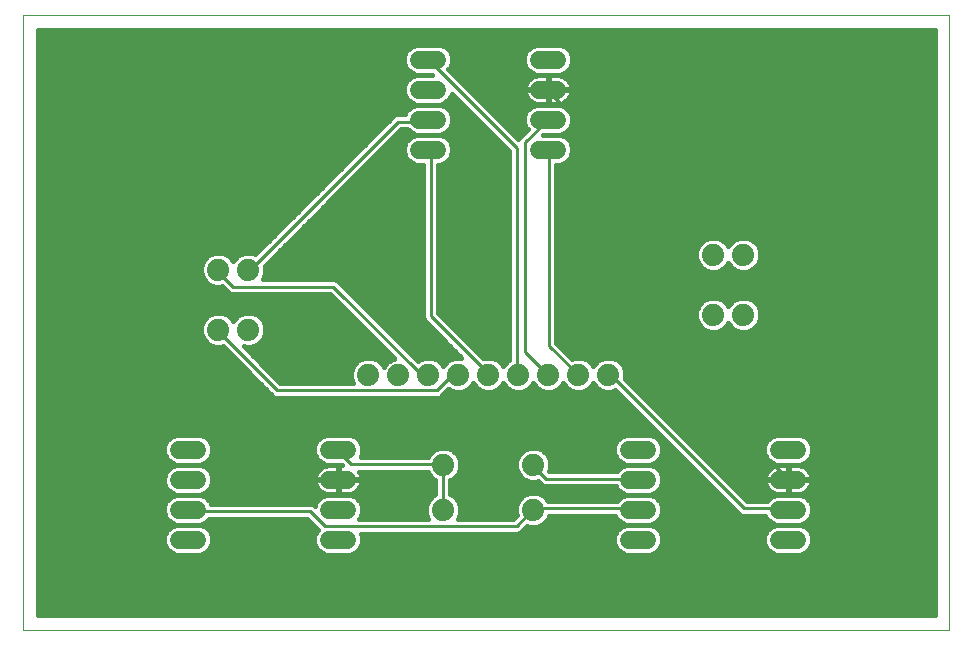
<source format=gtl>
G75*
%MOIN*%
%OFA0B0*%
%FSLAX25Y25*%
%IPPOS*%
%LPD*%
%AMOC8*
5,1,8,0,0,1.08239X$1,22.5*
%
%ADD10C,0.00000*%
%ADD11C,0.07400*%
%ADD12C,0.06000*%
%ADD13C,0.00984*%
%ADD14C,0.01600*%
%ADD15C,0.03962*%
D10*
X0001000Y0001000D02*
X0001000Y0205961D01*
X0309701Y0205961D01*
X0309701Y0001000D01*
X0001000Y0001000D01*
D11*
X0116000Y0086000D03*
X0126000Y0086000D03*
X0136000Y0086000D03*
X0146000Y0086000D03*
X0156000Y0086000D03*
X0166000Y0086000D03*
X0176000Y0086000D03*
X0186000Y0086000D03*
X0196000Y0086000D03*
X0231000Y0106000D03*
X0241000Y0106000D03*
X0241000Y0126000D03*
X0231000Y0126000D03*
X0171000Y0056000D03*
X0171000Y0041000D03*
X0141000Y0041000D03*
X0141000Y0056000D03*
X0076000Y0101000D03*
X0066000Y0101000D03*
X0066000Y0121000D03*
X0076000Y0121000D03*
D12*
X0133000Y0161000D02*
X0139000Y0161000D01*
X0139000Y0171000D02*
X0133000Y0171000D01*
X0133000Y0181000D02*
X0139000Y0181000D01*
X0139000Y0191000D02*
X0133000Y0191000D01*
X0173000Y0191000D02*
X0179000Y0191000D01*
X0179000Y0181000D02*
X0173000Y0181000D01*
X0173000Y0171000D02*
X0179000Y0171000D01*
X0179000Y0161000D02*
X0173000Y0161000D01*
X0203000Y0061000D02*
X0209000Y0061000D01*
X0209000Y0051000D02*
X0203000Y0051000D01*
X0203000Y0041000D02*
X0209000Y0041000D01*
X0209000Y0031000D02*
X0203000Y0031000D01*
X0253000Y0031000D02*
X0259000Y0031000D01*
X0259000Y0041000D02*
X0253000Y0041000D01*
X0253000Y0051000D02*
X0259000Y0051000D01*
X0259000Y0061000D02*
X0253000Y0061000D01*
X0109000Y0061000D02*
X0103000Y0061000D01*
X0103000Y0051000D02*
X0109000Y0051000D01*
X0109000Y0041000D02*
X0103000Y0041000D01*
X0103000Y0031000D02*
X0109000Y0031000D01*
X0059000Y0031000D02*
X0053000Y0031000D01*
X0053000Y0041000D02*
X0059000Y0041000D01*
X0059000Y0051000D02*
X0053000Y0051000D01*
X0053000Y0061000D02*
X0059000Y0061000D01*
D13*
X0056000Y0041000D02*
X0056197Y0040449D01*
X0096551Y0040449D01*
X0101472Y0035528D01*
X0165449Y0035528D01*
X0170370Y0040449D01*
X0171000Y0041000D01*
X0171354Y0041433D01*
X0205803Y0041433D01*
X0206000Y0041000D01*
X0206000Y0051000D02*
X0205803Y0051276D01*
X0175291Y0051276D01*
X0171354Y0055213D01*
X0171000Y0056000D01*
X0141000Y0056000D02*
X0140843Y0055213D01*
X0140843Y0041433D01*
X0141000Y0041000D01*
X0141000Y0056000D02*
X0140843Y0056197D01*
X0110331Y0056197D01*
X0106394Y0060134D01*
X0106000Y0061000D01*
X0085724Y0080803D02*
X0066039Y0100488D01*
X0066000Y0101000D01*
X0070961Y0115252D02*
X0066039Y0120173D01*
X0066000Y0121000D01*
X0070961Y0115252D02*
X0104425Y0115252D01*
X0132969Y0086709D01*
X0135921Y0086709D01*
X0136000Y0086000D01*
X0138874Y0080803D02*
X0085724Y0080803D01*
X0138874Y0080803D02*
X0143795Y0085724D01*
X0145764Y0085724D01*
X0146000Y0086000D01*
X0155606Y0086709D02*
X0156000Y0086000D01*
X0155606Y0086709D02*
X0136906Y0105409D01*
X0136906Y0160528D01*
X0136000Y0161000D01*
X0135921Y0170370D02*
X0126079Y0170370D01*
X0076866Y0121157D01*
X0076000Y0121000D01*
X0135921Y0170370D02*
X0136000Y0171000D01*
X0136906Y0190055D02*
X0136000Y0191000D01*
X0136906Y0190055D02*
X0165449Y0161512D01*
X0165449Y0086709D01*
X0166000Y0086000D01*
X0168402Y0093598D02*
X0176000Y0086000D01*
X0185134Y0086709D02*
X0186000Y0086000D01*
X0185134Y0086709D02*
X0176276Y0095567D01*
X0176276Y0160528D01*
X0176000Y0161000D01*
X0168402Y0163480D02*
X0168402Y0093598D01*
X0196000Y0086000D02*
X0196945Y0085724D01*
X0241236Y0041433D01*
X0256000Y0041433D01*
X0256000Y0041000D01*
X0256000Y0051000D02*
X0256000Y0051276D01*
X0184150Y0123126D01*
X0184150Y0172339D01*
X0176276Y0180213D01*
X0176000Y0181000D01*
X0176000Y0171000D02*
X0175291Y0170370D01*
X0168402Y0163480D01*
D14*
X0166085Y0164400D02*
X0142778Y0187707D01*
X0143239Y0188168D01*
X0144000Y0190005D01*
X0144000Y0191995D01*
X0143239Y0193832D01*
X0141832Y0195239D01*
X0139995Y0196000D01*
X0132005Y0196000D01*
X0130168Y0195239D01*
X0128761Y0193832D01*
X0128000Y0191995D01*
X0128000Y0190005D01*
X0128761Y0188168D01*
X0130168Y0186761D01*
X0132005Y0186000D01*
X0130168Y0185239D01*
X0128761Y0183832D01*
X0128000Y0181995D01*
X0128000Y0180005D01*
X0128761Y0178168D01*
X0130168Y0176761D01*
X0132005Y0176000D01*
X0139995Y0176000D01*
X0141832Y0175239D01*
X0143239Y0173832D01*
X0144000Y0171995D01*
X0144000Y0170005D01*
X0143239Y0168168D01*
X0141832Y0166761D01*
X0139995Y0166000D01*
X0132005Y0166000D01*
X0130168Y0166761D01*
X0129051Y0167878D01*
X0127111Y0167878D01*
X0081602Y0122369D01*
X0081700Y0122134D01*
X0081700Y0119866D01*
X0080832Y0117771D01*
X0080805Y0117744D01*
X0104921Y0117744D01*
X0105837Y0117365D01*
X0106538Y0116664D01*
X0106538Y0116664D01*
X0132570Y0090631D01*
X0132771Y0090832D01*
X0134866Y0091700D01*
X0137134Y0091700D01*
X0139229Y0090832D01*
X0140832Y0089229D01*
X0141000Y0088824D01*
X0141168Y0089229D01*
X0142771Y0090832D01*
X0144866Y0091700D01*
X0147091Y0091700D01*
X0135494Y0103297D01*
X0135494Y0103297D01*
X0134793Y0103998D01*
X0134413Y0104914D01*
X0134413Y0156000D01*
X0132005Y0156000D01*
X0130168Y0156761D01*
X0128761Y0158168D01*
X0128000Y0160005D01*
X0128000Y0161995D01*
X0128761Y0163832D01*
X0130168Y0165239D01*
X0132005Y0166000D01*
X0139995Y0166000D01*
X0141832Y0165239D01*
X0143239Y0163832D01*
X0144000Y0161995D01*
X0144000Y0160005D01*
X0143239Y0158168D01*
X0141832Y0156761D01*
X0139995Y0156000D01*
X0139398Y0156000D01*
X0139398Y0106442D01*
X0154352Y0091487D01*
X0154866Y0091700D01*
X0157134Y0091700D01*
X0159229Y0090832D01*
X0160832Y0089229D01*
X0161000Y0088824D01*
X0161168Y0089229D01*
X0162771Y0090832D01*
X0162957Y0090909D01*
X0162957Y0160480D01*
X0143833Y0179603D01*
X0143239Y0178168D01*
X0141832Y0176761D01*
X0139995Y0176000D01*
X0132005Y0176000D01*
X0130168Y0175239D01*
X0128761Y0173832D01*
X0128359Y0172862D01*
X0125583Y0172862D01*
X0124667Y0172483D01*
X0078372Y0126187D01*
X0077134Y0126700D01*
X0074866Y0126700D01*
X0072771Y0125832D01*
X0071168Y0124229D01*
X0071000Y0123824D01*
X0070832Y0124229D01*
X0069229Y0125832D01*
X0067134Y0126700D01*
X0064866Y0126700D01*
X0062771Y0125832D01*
X0061168Y0124229D01*
X0060300Y0122134D01*
X0060300Y0119866D01*
X0061168Y0117771D01*
X0062771Y0116168D01*
X0064866Y0115300D01*
X0067134Y0115300D01*
X0067314Y0115375D01*
X0069549Y0113139D01*
X0070465Y0112760D01*
X0103393Y0112760D01*
X0124778Y0091375D01*
X0124712Y0091365D01*
X0123889Y0091097D01*
X0123117Y0090704D01*
X0122417Y0090195D01*
X0121805Y0089583D01*
X0121296Y0088883D01*
X0121119Y0088536D01*
X0120832Y0089229D01*
X0119229Y0090832D01*
X0117134Y0091700D01*
X0114866Y0091700D01*
X0112771Y0090832D01*
X0111168Y0089229D01*
X0110300Y0087134D01*
X0110300Y0084866D01*
X0110951Y0083295D01*
X0086757Y0083295D01*
X0074671Y0095381D01*
X0074866Y0095300D01*
X0077134Y0095300D01*
X0079229Y0096168D01*
X0080832Y0097771D01*
X0081700Y0099866D01*
X0081700Y0102134D01*
X0080832Y0104229D01*
X0079229Y0105832D01*
X0077134Y0106700D01*
X0074866Y0106700D01*
X0072771Y0105832D01*
X0071168Y0104229D01*
X0071000Y0103824D01*
X0070832Y0104229D01*
X0069229Y0105832D01*
X0067134Y0106700D01*
X0064866Y0106700D01*
X0062771Y0105832D01*
X0061168Y0104229D01*
X0060300Y0102134D01*
X0060300Y0099866D01*
X0061168Y0097771D01*
X0062771Y0096168D01*
X0064866Y0095300D01*
X0067134Y0095300D01*
X0067536Y0095467D01*
X0084313Y0078690D01*
X0085229Y0078311D01*
X0139370Y0078311D01*
X0140286Y0078690D01*
X0140987Y0079391D01*
X0142767Y0081172D01*
X0142771Y0081168D01*
X0144866Y0080300D01*
X0147134Y0080300D01*
X0149229Y0081168D01*
X0150832Y0082771D01*
X0151000Y0083176D01*
X0151168Y0082771D01*
X0152771Y0081168D01*
X0154866Y0080300D01*
X0157134Y0080300D01*
X0159229Y0081168D01*
X0160832Y0082771D01*
X0161000Y0083176D01*
X0161168Y0082771D01*
X0162771Y0081168D01*
X0164866Y0080300D01*
X0167134Y0080300D01*
X0169229Y0081168D01*
X0170832Y0082771D01*
X0171000Y0083176D01*
X0171168Y0082771D01*
X0172771Y0081168D01*
X0174866Y0080300D01*
X0177134Y0080300D01*
X0179229Y0081168D01*
X0180832Y0082771D01*
X0181000Y0083176D01*
X0181168Y0082771D01*
X0182771Y0081168D01*
X0184866Y0080300D01*
X0187134Y0080300D01*
X0189229Y0081168D01*
X0190832Y0082771D01*
X0191000Y0083176D01*
X0191168Y0082771D01*
X0192771Y0081168D01*
X0194866Y0080300D01*
X0197134Y0080300D01*
X0198344Y0080801D01*
X0239825Y0039320D01*
X0240741Y0038941D01*
X0248441Y0038941D01*
X0248761Y0038168D01*
X0250168Y0036761D01*
X0252005Y0036000D01*
X0250168Y0035239D01*
X0248761Y0033832D01*
X0248000Y0031995D01*
X0248000Y0030005D01*
X0248761Y0028168D01*
X0250168Y0026761D01*
X0252005Y0026000D01*
X0259995Y0026000D01*
X0261832Y0026761D01*
X0263239Y0028168D01*
X0264000Y0030005D01*
X0264000Y0031995D01*
X0263239Y0033832D01*
X0261832Y0035239D01*
X0259995Y0036000D01*
X0252005Y0036000D01*
X0259995Y0036000D01*
X0261832Y0036761D01*
X0263239Y0038168D01*
X0264000Y0040005D01*
X0264000Y0041995D01*
X0263239Y0043832D01*
X0261832Y0045239D01*
X0259995Y0046000D01*
X0252005Y0046000D01*
X0250168Y0045239D01*
X0248854Y0043925D01*
X0242268Y0043925D01*
X0201591Y0084603D01*
X0201700Y0084866D01*
X0201700Y0087134D01*
X0200832Y0089229D01*
X0199229Y0090832D01*
X0197134Y0091700D01*
X0194866Y0091700D01*
X0192771Y0090832D01*
X0191168Y0089229D01*
X0191000Y0088824D01*
X0190832Y0089229D01*
X0189229Y0090832D01*
X0187134Y0091700D01*
X0184866Y0091700D01*
X0184018Y0091349D01*
X0178768Y0096599D01*
X0178768Y0156000D01*
X0179995Y0156000D01*
X0181832Y0156761D01*
X0183239Y0158168D01*
X0184000Y0160005D01*
X0184000Y0161995D01*
X0183239Y0163832D01*
X0181832Y0165239D01*
X0179995Y0166000D01*
X0181832Y0166761D01*
X0183239Y0168168D01*
X0184000Y0170005D01*
X0184000Y0171995D01*
X0183239Y0173832D01*
X0181832Y0175239D01*
X0179995Y0176000D01*
X0172005Y0176000D01*
X0170168Y0175239D01*
X0168761Y0173832D01*
X0168000Y0171995D01*
X0168000Y0170005D01*
X0168761Y0168168D01*
X0169163Y0167766D01*
X0166990Y0165593D01*
X0166289Y0164892D01*
X0166085Y0164400D01*
X0167248Y0165851D02*
X0164634Y0165851D01*
X0163035Y0167450D02*
X0168847Y0167450D01*
X0168397Y0169048D02*
X0161437Y0169048D01*
X0159838Y0170647D02*
X0168000Y0170647D01*
X0168104Y0172245D02*
X0158240Y0172245D01*
X0156641Y0173844D02*
X0168773Y0173844D01*
X0170659Y0175442D02*
X0155043Y0175442D01*
X0153444Y0177041D02*
X0170283Y0177041D01*
X0170484Y0176895D02*
X0171157Y0176552D01*
X0171876Y0176318D01*
X0172622Y0176200D01*
X0175800Y0176200D01*
X0175800Y0180800D01*
X0176200Y0180800D01*
X0176200Y0181200D01*
X0175800Y0181200D01*
X0175800Y0185800D01*
X0172622Y0185800D01*
X0171876Y0185682D01*
X0171157Y0185448D01*
X0170484Y0185105D01*
X0169873Y0184661D01*
X0169339Y0184127D01*
X0168895Y0183516D01*
X0168552Y0182843D01*
X0168318Y0182124D01*
X0168200Y0181378D01*
X0168200Y0181200D01*
X0175800Y0181200D01*
X0175800Y0180800D01*
X0168200Y0180800D01*
X0168200Y0180622D01*
X0168318Y0179876D01*
X0168552Y0179157D01*
X0168895Y0178484D01*
X0169339Y0177873D01*
X0169873Y0177339D01*
X0170484Y0176895D01*
X0168816Y0178639D02*
X0151846Y0178639D01*
X0150247Y0180238D02*
X0168261Y0180238D01*
X0168273Y0181836D02*
X0148649Y0181836D01*
X0147050Y0183435D02*
X0168853Y0183435D01*
X0170385Y0185033D02*
X0145452Y0185033D01*
X0143853Y0186632D02*
X0170480Y0186632D01*
X0170168Y0186761D02*
X0172005Y0186000D01*
X0179995Y0186000D01*
X0181832Y0186761D01*
X0183239Y0188168D01*
X0184000Y0190005D01*
X0184000Y0191995D01*
X0183239Y0193832D01*
X0181832Y0195239D01*
X0179995Y0196000D01*
X0172005Y0196000D01*
X0170168Y0195239D01*
X0168761Y0193832D01*
X0168000Y0191995D01*
X0168000Y0190005D01*
X0168761Y0188168D01*
X0170168Y0186761D01*
X0168735Y0188230D02*
X0143265Y0188230D01*
X0143927Y0189829D02*
X0168073Y0189829D01*
X0168000Y0191427D02*
X0144000Y0191427D01*
X0143573Y0193026D02*
X0168427Y0193026D01*
X0169553Y0194624D02*
X0142447Y0194624D01*
X0129553Y0194624D02*
X0006000Y0194624D01*
X0006000Y0193026D02*
X0128427Y0193026D01*
X0128000Y0191427D02*
X0006000Y0191427D01*
X0006000Y0189829D02*
X0128073Y0189829D01*
X0128735Y0188230D02*
X0006000Y0188230D01*
X0006000Y0186632D02*
X0130480Y0186632D01*
X0132005Y0186000D02*
X0137436Y0186000D01*
X0137436Y0186000D01*
X0132005Y0186000D01*
X0129962Y0185033D02*
X0006000Y0185033D01*
X0006000Y0183435D02*
X0128597Y0183435D01*
X0128000Y0181836D02*
X0006000Y0181836D01*
X0006000Y0180238D02*
X0128000Y0180238D01*
X0128566Y0178639D02*
X0006000Y0178639D01*
X0006000Y0177041D02*
X0129888Y0177041D01*
X0130659Y0175442D02*
X0006000Y0175442D01*
X0006000Y0173844D02*
X0128773Y0173844D01*
X0124429Y0172245D02*
X0006000Y0172245D01*
X0006000Y0170647D02*
X0122831Y0170647D01*
X0121232Y0169048D02*
X0006000Y0169048D01*
X0006000Y0167450D02*
X0119634Y0167450D01*
X0118035Y0165851D02*
X0006000Y0165851D01*
X0006000Y0164253D02*
X0116437Y0164253D01*
X0114838Y0162654D02*
X0006000Y0162654D01*
X0006000Y0161056D02*
X0113240Y0161056D01*
X0111641Y0159457D02*
X0006000Y0159457D01*
X0006000Y0157859D02*
X0110043Y0157859D01*
X0108444Y0156260D02*
X0006000Y0156260D01*
X0006000Y0154662D02*
X0106846Y0154662D01*
X0105247Y0153063D02*
X0006000Y0153063D01*
X0006000Y0151465D02*
X0103649Y0151465D01*
X0102050Y0149866D02*
X0006000Y0149866D01*
X0006000Y0148268D02*
X0100452Y0148268D01*
X0098853Y0146669D02*
X0006000Y0146669D01*
X0006000Y0145070D02*
X0097255Y0145070D01*
X0095656Y0143472D02*
X0006000Y0143472D01*
X0006000Y0141873D02*
X0094058Y0141873D01*
X0092459Y0140275D02*
X0006000Y0140275D01*
X0006000Y0138676D02*
X0090861Y0138676D01*
X0089262Y0137078D02*
X0006000Y0137078D01*
X0006000Y0135479D02*
X0087664Y0135479D01*
X0086065Y0133881D02*
X0006000Y0133881D01*
X0006000Y0132282D02*
X0084467Y0132282D01*
X0082868Y0130684D02*
X0006000Y0130684D01*
X0006000Y0129085D02*
X0081270Y0129085D01*
X0079671Y0127487D02*
X0006000Y0127487D01*
X0006000Y0125888D02*
X0062907Y0125888D01*
X0061229Y0124290D02*
X0006000Y0124290D01*
X0006000Y0122691D02*
X0060531Y0122691D01*
X0060300Y0121093D02*
X0006000Y0121093D01*
X0006000Y0119494D02*
X0060454Y0119494D01*
X0061116Y0117896D02*
X0006000Y0117896D01*
X0006000Y0116297D02*
X0062642Y0116297D01*
X0067989Y0114699D02*
X0006000Y0114699D01*
X0006000Y0113100D02*
X0069643Y0113100D01*
X0069953Y0105108D02*
X0072047Y0105108D01*
X0079953Y0105108D02*
X0111045Y0105108D01*
X0109447Y0106706D02*
X0006000Y0106706D01*
X0006000Y0105108D02*
X0062047Y0105108D01*
X0060870Y0103509D02*
X0006000Y0103509D01*
X0006000Y0101911D02*
X0060300Y0101911D01*
X0060300Y0100312D02*
X0006000Y0100312D01*
X0006000Y0098714D02*
X0060777Y0098714D01*
X0061824Y0097115D02*
X0006000Y0097115D01*
X0006000Y0095517D02*
X0064343Y0095517D01*
X0069085Y0093918D02*
X0006000Y0093918D01*
X0006000Y0092320D02*
X0070684Y0092320D01*
X0072282Y0090721D02*
X0006000Y0090721D01*
X0006000Y0089123D02*
X0073881Y0089123D01*
X0075479Y0087524D02*
X0006000Y0087524D01*
X0006000Y0085926D02*
X0077078Y0085926D01*
X0078676Y0084327D02*
X0006000Y0084327D01*
X0006000Y0082729D02*
X0080275Y0082729D01*
X0081873Y0081130D02*
X0006000Y0081130D01*
X0006000Y0079532D02*
X0083472Y0079532D01*
X0085725Y0084327D02*
X0110523Y0084327D01*
X0110300Y0085926D02*
X0084126Y0085926D01*
X0082528Y0087524D02*
X0110462Y0087524D01*
X0111124Y0089123D02*
X0080929Y0089123D01*
X0079331Y0090721D02*
X0112660Y0090721D01*
X0119340Y0090721D02*
X0123151Y0090721D01*
X0123833Y0092320D02*
X0077732Y0092320D01*
X0076134Y0093918D02*
X0122235Y0093918D01*
X0120636Y0095517D02*
X0077657Y0095517D01*
X0080176Y0097115D02*
X0119038Y0097115D01*
X0117439Y0098714D02*
X0081223Y0098714D01*
X0081700Y0100312D02*
X0115841Y0100312D01*
X0114242Y0101911D02*
X0081700Y0101911D01*
X0081130Y0103509D02*
X0112644Y0103509D01*
X0116495Y0106706D02*
X0134413Y0106706D01*
X0134413Y0105108D02*
X0118094Y0105108D01*
X0119692Y0103509D02*
X0135281Y0103509D01*
X0136880Y0101911D02*
X0121291Y0101911D01*
X0122889Y0100312D02*
X0138478Y0100312D01*
X0140077Y0098714D02*
X0124488Y0098714D01*
X0126086Y0097115D02*
X0141675Y0097115D01*
X0143274Y0095517D02*
X0127685Y0095517D01*
X0129283Y0093918D02*
X0144872Y0093918D01*
X0146471Y0092320D02*
X0130882Y0092320D01*
X0132480Y0090721D02*
X0132660Y0090721D01*
X0139340Y0090721D02*
X0142660Y0090721D01*
X0141124Y0089123D02*
X0140876Y0089123D01*
X0148724Y0097115D02*
X0162957Y0097115D01*
X0162957Y0095517D02*
X0150323Y0095517D01*
X0151921Y0093918D02*
X0162957Y0093918D01*
X0162957Y0092320D02*
X0153520Y0092320D01*
X0159340Y0090721D02*
X0162660Y0090721D01*
X0161124Y0089123D02*
X0160876Y0089123D01*
X0160790Y0082729D02*
X0161210Y0082729D01*
X0162862Y0081130D02*
X0159138Y0081130D01*
X0152862Y0081130D02*
X0149138Y0081130D01*
X0150790Y0082729D02*
X0151210Y0082729D01*
X0142862Y0081130D02*
X0142725Y0081130D01*
X0141127Y0079532D02*
X0199613Y0079532D01*
X0201212Y0077933D02*
X0006000Y0077933D01*
X0006000Y0076334D02*
X0202810Y0076334D01*
X0204409Y0074736D02*
X0006000Y0074736D01*
X0006000Y0073137D02*
X0206007Y0073137D01*
X0207606Y0071539D02*
X0006000Y0071539D01*
X0006000Y0069940D02*
X0209204Y0069940D01*
X0210803Y0068342D02*
X0006000Y0068342D01*
X0006000Y0066743D02*
X0212401Y0066743D01*
X0211832Y0065239D02*
X0209995Y0066000D01*
X0202005Y0066000D01*
X0200168Y0065239D01*
X0198761Y0063832D01*
X0198000Y0061995D01*
X0198000Y0060005D01*
X0198761Y0058168D01*
X0200168Y0056761D01*
X0202005Y0056000D01*
X0200168Y0055239D01*
X0198761Y0053832D01*
X0198734Y0053768D01*
X0176324Y0053768D01*
X0176268Y0053823D01*
X0176700Y0054866D01*
X0176700Y0057134D01*
X0175832Y0059229D01*
X0174229Y0060832D01*
X0172134Y0061700D01*
X0169866Y0061700D01*
X0167771Y0060832D01*
X0166168Y0059229D01*
X0165300Y0057134D01*
X0165300Y0054866D01*
X0166168Y0052771D01*
X0167771Y0051168D01*
X0169866Y0050300D01*
X0172134Y0050300D01*
X0172564Y0050478D01*
X0173880Y0049163D01*
X0174796Y0048783D01*
X0198506Y0048783D01*
X0198761Y0048168D01*
X0200168Y0046761D01*
X0202005Y0046000D01*
X0200168Y0045239D01*
X0198854Y0043925D01*
X0175958Y0043925D01*
X0175832Y0044229D01*
X0174229Y0045832D01*
X0172134Y0046700D01*
X0169866Y0046700D01*
X0167771Y0045832D01*
X0166168Y0044229D01*
X0165300Y0042134D01*
X0165300Y0039866D01*
X0165582Y0039185D01*
X0164417Y0038020D01*
X0145935Y0038020D01*
X0146700Y0039866D01*
X0146700Y0042134D01*
X0145832Y0044229D01*
X0144229Y0045832D01*
X0143335Y0046203D01*
X0143335Y0050797D01*
X0144229Y0051168D01*
X0145832Y0052771D01*
X0146700Y0054866D01*
X0146700Y0057134D01*
X0145832Y0059229D01*
X0144229Y0060832D01*
X0142134Y0061700D01*
X0139866Y0061700D01*
X0137771Y0060832D01*
X0136168Y0059229D01*
X0135944Y0058689D01*
X0113455Y0058689D01*
X0114000Y0060005D01*
X0114000Y0061995D01*
X0113239Y0063832D01*
X0111832Y0065239D01*
X0109995Y0066000D01*
X0102005Y0066000D01*
X0100168Y0065239D01*
X0098761Y0063832D01*
X0098000Y0061995D01*
X0098000Y0060005D01*
X0098761Y0058168D01*
X0100168Y0056761D01*
X0102005Y0056000D01*
X0107003Y0056000D01*
X0107203Y0055800D01*
X0106200Y0055800D01*
X0106200Y0051200D01*
X0113800Y0051200D01*
X0113800Y0051378D01*
X0113682Y0052124D01*
X0113448Y0052843D01*
X0113105Y0053516D01*
X0112968Y0053705D01*
X0135781Y0053705D01*
X0136168Y0052771D01*
X0137771Y0051168D01*
X0138350Y0050928D01*
X0138350Y0046072D01*
X0137771Y0045832D01*
X0136168Y0044229D01*
X0135300Y0042134D01*
X0135300Y0039866D01*
X0136065Y0038020D01*
X0113091Y0038020D01*
X0113239Y0038168D01*
X0114000Y0040005D01*
X0114000Y0041995D01*
X0113239Y0043832D01*
X0111832Y0045239D01*
X0109995Y0046000D01*
X0102005Y0046000D01*
X0100168Y0045239D01*
X0098761Y0043832D01*
X0098155Y0042369D01*
X0097963Y0042562D01*
X0097047Y0042941D01*
X0063608Y0042941D01*
X0063239Y0043832D01*
X0061832Y0045239D01*
X0059995Y0046000D01*
X0052005Y0046000D01*
X0050168Y0045239D01*
X0048761Y0043832D01*
X0048000Y0041995D01*
X0048000Y0040005D01*
X0048761Y0038168D01*
X0050168Y0036761D01*
X0052005Y0036000D01*
X0059995Y0036000D01*
X0061832Y0036761D01*
X0063028Y0037957D01*
X0095519Y0037957D01*
X0099202Y0034273D01*
X0098761Y0033832D01*
X0098000Y0031995D01*
X0098000Y0030005D01*
X0098761Y0028168D01*
X0100168Y0026761D01*
X0102005Y0026000D01*
X0109995Y0026000D01*
X0111832Y0026761D01*
X0113239Y0028168D01*
X0114000Y0030005D01*
X0114000Y0031995D01*
X0113569Y0033035D01*
X0165945Y0033035D01*
X0166860Y0033415D01*
X0169074Y0035628D01*
X0169866Y0035300D01*
X0172134Y0035300D01*
X0174229Y0036168D01*
X0175832Y0037771D01*
X0176317Y0038941D01*
X0198441Y0038941D01*
X0198761Y0038168D01*
X0200168Y0036761D01*
X0202005Y0036000D01*
X0200168Y0035239D01*
X0198761Y0033832D01*
X0198000Y0031995D01*
X0198000Y0030005D01*
X0198761Y0028168D01*
X0200168Y0026761D01*
X0202005Y0026000D01*
X0209995Y0026000D01*
X0211832Y0026761D01*
X0213239Y0028168D01*
X0214000Y0030005D01*
X0214000Y0031995D01*
X0213239Y0033832D01*
X0211832Y0035239D01*
X0209995Y0036000D01*
X0202005Y0036000D01*
X0209995Y0036000D01*
X0211832Y0036761D01*
X0213239Y0038168D01*
X0214000Y0040005D01*
X0214000Y0041995D01*
X0213239Y0043832D01*
X0211832Y0045239D01*
X0209995Y0046000D01*
X0202005Y0046000D01*
X0209995Y0046000D01*
X0211832Y0046761D01*
X0213239Y0048168D01*
X0214000Y0050005D01*
X0214000Y0051995D01*
X0213239Y0053832D01*
X0211832Y0055239D01*
X0209995Y0056000D01*
X0202005Y0056000D01*
X0209995Y0056000D01*
X0211832Y0056761D01*
X0213239Y0058168D01*
X0214000Y0060005D01*
X0214000Y0061995D01*
X0213239Y0063832D01*
X0211832Y0065239D01*
X0211926Y0065145D02*
X0214000Y0065145D01*
X0213357Y0063546D02*
X0215598Y0063546D01*
X0214000Y0061948D02*
X0217197Y0061948D01*
X0218796Y0060349D02*
X0214000Y0060349D01*
X0213480Y0058751D02*
X0220394Y0058751D01*
X0221993Y0057152D02*
X0212223Y0057152D01*
X0211072Y0055554D02*
X0223591Y0055554D01*
X0225190Y0053955D02*
X0213116Y0053955D01*
X0213850Y0052357D02*
X0226788Y0052357D01*
X0228387Y0050758D02*
X0214000Y0050758D01*
X0213650Y0049160D02*
X0229985Y0049160D01*
X0231584Y0047561D02*
X0212632Y0047561D01*
X0210084Y0045963D02*
X0233182Y0045963D01*
X0234781Y0044364D02*
X0212707Y0044364D01*
X0213681Y0042766D02*
X0236379Y0042766D01*
X0237978Y0041167D02*
X0214000Y0041167D01*
X0213819Y0039569D02*
X0239576Y0039569D01*
X0241829Y0044364D02*
X0249293Y0044364D01*
X0250484Y0046895D02*
X0251157Y0046552D01*
X0251876Y0046318D01*
X0252622Y0046200D01*
X0255800Y0046200D01*
X0255800Y0050800D01*
X0256200Y0050800D01*
X0256200Y0051200D01*
X0255800Y0051200D01*
X0255800Y0055800D01*
X0252622Y0055800D01*
X0251876Y0055682D01*
X0251157Y0055448D01*
X0250484Y0055105D01*
X0249873Y0054661D01*
X0249339Y0054127D01*
X0248895Y0053516D01*
X0248552Y0052843D01*
X0248318Y0052124D01*
X0248200Y0051378D01*
X0248200Y0051200D01*
X0255800Y0051200D01*
X0255800Y0050800D01*
X0248200Y0050800D01*
X0248200Y0050622D01*
X0248318Y0049876D01*
X0248552Y0049157D01*
X0248895Y0048484D01*
X0249339Y0047873D01*
X0249873Y0047339D01*
X0250484Y0046895D01*
X0249650Y0047561D02*
X0238632Y0047561D01*
X0237034Y0049160D02*
X0248551Y0049160D01*
X0248200Y0050758D02*
X0235435Y0050758D01*
X0233837Y0052357D02*
X0248394Y0052357D01*
X0249214Y0053955D02*
X0232238Y0053955D01*
X0230640Y0055554D02*
X0251482Y0055554D01*
X0252005Y0056000D02*
X0250168Y0056761D01*
X0248761Y0058168D01*
X0248000Y0060005D01*
X0248000Y0061995D01*
X0248761Y0063832D01*
X0250168Y0065239D01*
X0252005Y0066000D01*
X0259995Y0066000D01*
X0261832Y0065239D01*
X0263239Y0063832D01*
X0264000Y0061995D01*
X0264000Y0060005D01*
X0263239Y0058168D01*
X0261832Y0056761D01*
X0259995Y0056000D01*
X0252005Y0056000D01*
X0249777Y0057152D02*
X0229041Y0057152D01*
X0227443Y0058751D02*
X0248520Y0058751D01*
X0248000Y0060349D02*
X0225844Y0060349D01*
X0224246Y0061948D02*
X0248000Y0061948D01*
X0248643Y0063546D02*
X0222647Y0063546D01*
X0221049Y0065145D02*
X0250074Y0065145D01*
X0261926Y0065145D02*
X0304901Y0065145D01*
X0304901Y0066743D02*
X0219450Y0066743D01*
X0217852Y0068342D02*
X0304901Y0068342D01*
X0304901Y0069940D02*
X0216253Y0069940D01*
X0214655Y0071539D02*
X0304901Y0071539D01*
X0304901Y0073137D02*
X0213056Y0073137D01*
X0211458Y0074736D02*
X0304901Y0074736D01*
X0304901Y0076334D02*
X0209859Y0076334D01*
X0208261Y0077933D02*
X0304901Y0077933D01*
X0304901Y0079532D02*
X0206662Y0079532D01*
X0205064Y0081130D02*
X0304901Y0081130D01*
X0304901Y0082729D02*
X0203465Y0082729D01*
X0201867Y0084327D02*
X0304901Y0084327D01*
X0304901Y0085926D02*
X0201700Y0085926D01*
X0201538Y0087524D02*
X0304901Y0087524D01*
X0304901Y0089123D02*
X0200876Y0089123D01*
X0199340Y0090721D02*
X0304901Y0090721D01*
X0304901Y0092320D02*
X0183047Y0092320D01*
X0181449Y0093918D02*
X0304901Y0093918D01*
X0304901Y0095517D02*
X0179850Y0095517D01*
X0178768Y0097115D02*
X0304901Y0097115D01*
X0304901Y0098714D02*
X0178768Y0098714D01*
X0178768Y0100312D02*
X0229837Y0100312D01*
X0229866Y0100300D02*
X0232134Y0100300D01*
X0234229Y0101168D01*
X0235832Y0102771D01*
X0236000Y0103176D01*
X0236168Y0102771D01*
X0237771Y0101168D01*
X0239866Y0100300D01*
X0242134Y0100300D01*
X0244229Y0101168D01*
X0245832Y0102771D01*
X0246700Y0104866D01*
X0246700Y0107134D01*
X0245832Y0109229D01*
X0244229Y0110832D01*
X0242134Y0111700D01*
X0239866Y0111700D01*
X0237771Y0110832D01*
X0236168Y0109229D01*
X0236000Y0108824D01*
X0235832Y0109229D01*
X0234229Y0110832D01*
X0232134Y0111700D01*
X0229866Y0111700D01*
X0227771Y0110832D01*
X0226168Y0109229D01*
X0225300Y0107134D01*
X0225300Y0104866D01*
X0226168Y0102771D01*
X0227771Y0101168D01*
X0229866Y0100300D01*
X0232163Y0100312D02*
X0239837Y0100312D01*
X0242163Y0100312D02*
X0304901Y0100312D01*
X0304901Y0101911D02*
X0244972Y0101911D01*
X0246138Y0103509D02*
X0304901Y0103509D01*
X0304901Y0105108D02*
X0246700Y0105108D01*
X0246700Y0106706D02*
X0304901Y0106706D01*
X0304901Y0108305D02*
X0246215Y0108305D01*
X0245158Y0109903D02*
X0304901Y0109903D01*
X0304901Y0111502D02*
X0242612Y0111502D01*
X0239388Y0111502D02*
X0232612Y0111502D01*
X0235158Y0109903D02*
X0236842Y0109903D01*
X0229388Y0111502D02*
X0178768Y0111502D01*
X0178768Y0113100D02*
X0304901Y0113100D01*
X0304901Y0114699D02*
X0178768Y0114699D01*
X0178768Y0116297D02*
X0304901Y0116297D01*
X0304901Y0117896D02*
X0178768Y0117896D01*
X0178768Y0119494D02*
X0304901Y0119494D01*
X0304901Y0121093D02*
X0244048Y0121093D01*
X0244229Y0121168D02*
X0245832Y0122771D01*
X0246700Y0124866D01*
X0246700Y0127134D01*
X0245832Y0129229D01*
X0244229Y0130832D01*
X0242134Y0131700D01*
X0239866Y0131700D01*
X0237771Y0130832D01*
X0236168Y0129229D01*
X0236000Y0128824D01*
X0235832Y0129229D01*
X0234229Y0130832D01*
X0232134Y0131700D01*
X0229866Y0131700D01*
X0227771Y0130832D01*
X0226168Y0129229D01*
X0225300Y0127134D01*
X0225300Y0124866D01*
X0226168Y0122771D01*
X0227771Y0121168D01*
X0229866Y0120300D01*
X0232134Y0120300D01*
X0234229Y0121168D01*
X0235832Y0122771D01*
X0236000Y0123176D01*
X0236168Y0122771D01*
X0237771Y0121168D01*
X0239866Y0120300D01*
X0242134Y0120300D01*
X0244229Y0121168D01*
X0245752Y0122691D02*
X0304901Y0122691D01*
X0304901Y0124290D02*
X0246461Y0124290D01*
X0246700Y0125888D02*
X0304901Y0125888D01*
X0304901Y0127487D02*
X0246554Y0127487D01*
X0245892Y0129085D02*
X0304901Y0129085D01*
X0304901Y0130684D02*
X0244377Y0130684D01*
X0237623Y0130684D02*
X0234377Y0130684D01*
X0235892Y0129085D02*
X0236108Y0129085D01*
X0227623Y0130684D02*
X0178768Y0130684D01*
X0178768Y0132282D02*
X0304901Y0132282D01*
X0304901Y0133881D02*
X0178768Y0133881D01*
X0178768Y0135479D02*
X0304901Y0135479D01*
X0304901Y0137078D02*
X0178768Y0137078D01*
X0178768Y0138676D02*
X0304901Y0138676D01*
X0304901Y0140275D02*
X0178768Y0140275D01*
X0178768Y0141873D02*
X0304901Y0141873D01*
X0304901Y0143472D02*
X0178768Y0143472D01*
X0178768Y0145070D02*
X0304901Y0145070D01*
X0304901Y0146669D02*
X0178768Y0146669D01*
X0178768Y0148268D02*
X0304901Y0148268D01*
X0304901Y0149866D02*
X0178768Y0149866D01*
X0178768Y0151465D02*
X0304901Y0151465D01*
X0304901Y0153063D02*
X0178768Y0153063D01*
X0178768Y0154662D02*
X0304901Y0154662D01*
X0304901Y0156260D02*
X0180622Y0156260D01*
X0182930Y0157859D02*
X0304901Y0157859D01*
X0304901Y0159457D02*
X0183773Y0159457D01*
X0184000Y0161056D02*
X0304901Y0161056D01*
X0304901Y0162654D02*
X0183727Y0162654D01*
X0182818Y0164253D02*
X0304901Y0164253D01*
X0304901Y0165851D02*
X0180354Y0165851D01*
X0179995Y0166000D02*
X0174446Y0166000D01*
X0174446Y0166000D01*
X0179995Y0166000D01*
X0182521Y0167450D02*
X0304901Y0167450D01*
X0304901Y0169048D02*
X0183603Y0169048D01*
X0184000Y0170647D02*
X0304901Y0170647D01*
X0304901Y0172245D02*
X0183896Y0172245D01*
X0183227Y0173844D02*
X0304901Y0173844D01*
X0304901Y0175442D02*
X0181341Y0175442D01*
X0180843Y0176552D02*
X0180124Y0176318D01*
X0179378Y0176200D01*
X0176200Y0176200D01*
X0176200Y0180800D01*
X0183800Y0180800D01*
X0183800Y0180622D01*
X0183682Y0179876D01*
X0183448Y0179157D01*
X0183105Y0178484D01*
X0182661Y0177873D01*
X0182127Y0177339D01*
X0181516Y0176895D01*
X0180843Y0176552D01*
X0181717Y0177041D02*
X0304901Y0177041D01*
X0304901Y0178639D02*
X0183184Y0178639D01*
X0183739Y0180238D02*
X0304901Y0180238D01*
X0304901Y0181836D02*
X0183727Y0181836D01*
X0183682Y0182124D02*
X0183448Y0182843D01*
X0183105Y0183516D01*
X0182661Y0184127D01*
X0182127Y0184661D01*
X0181516Y0185105D01*
X0180843Y0185448D01*
X0180124Y0185682D01*
X0179378Y0185800D01*
X0176200Y0185800D01*
X0176200Y0181200D01*
X0183800Y0181200D01*
X0183800Y0181378D01*
X0183682Y0182124D01*
X0183147Y0183435D02*
X0304901Y0183435D01*
X0304901Y0185033D02*
X0181615Y0185033D01*
X0181520Y0186632D02*
X0304901Y0186632D01*
X0304901Y0188230D02*
X0183265Y0188230D01*
X0183927Y0189829D02*
X0304901Y0189829D01*
X0304901Y0191427D02*
X0184000Y0191427D01*
X0183573Y0193026D02*
X0304901Y0193026D01*
X0304901Y0194624D02*
X0182447Y0194624D01*
X0176200Y0185033D02*
X0175800Y0185033D01*
X0175800Y0183435D02*
X0176200Y0183435D01*
X0176200Y0181836D02*
X0175800Y0181836D01*
X0175800Y0180238D02*
X0176200Y0180238D01*
X0176200Y0178639D02*
X0175800Y0178639D01*
X0175800Y0177041D02*
X0176200Y0177041D01*
X0159184Y0164253D02*
X0142818Y0164253D01*
X0143727Y0162654D02*
X0160782Y0162654D01*
X0162381Y0161056D02*
X0144000Y0161056D01*
X0143773Y0159457D02*
X0162957Y0159457D01*
X0162957Y0157859D02*
X0142930Y0157859D01*
X0140622Y0156260D02*
X0162957Y0156260D01*
X0162957Y0154662D02*
X0139398Y0154662D01*
X0139398Y0153063D02*
X0162957Y0153063D01*
X0162957Y0151465D02*
X0139398Y0151465D01*
X0139398Y0149866D02*
X0162957Y0149866D01*
X0162957Y0148268D02*
X0139398Y0148268D01*
X0139398Y0146669D02*
X0162957Y0146669D01*
X0162957Y0145070D02*
X0139398Y0145070D01*
X0139398Y0143472D02*
X0162957Y0143472D01*
X0162957Y0141873D02*
X0139398Y0141873D01*
X0139398Y0140275D02*
X0162957Y0140275D01*
X0162957Y0138676D02*
X0139398Y0138676D01*
X0139398Y0137078D02*
X0162957Y0137078D01*
X0162957Y0135479D02*
X0139398Y0135479D01*
X0139398Y0133881D02*
X0162957Y0133881D01*
X0162957Y0132282D02*
X0139398Y0132282D01*
X0139398Y0130684D02*
X0162957Y0130684D01*
X0162957Y0129085D02*
X0139398Y0129085D01*
X0139398Y0127487D02*
X0162957Y0127487D01*
X0162957Y0125888D02*
X0139398Y0125888D01*
X0139398Y0124290D02*
X0162957Y0124290D01*
X0162957Y0122691D02*
X0139398Y0122691D01*
X0139398Y0121093D02*
X0162957Y0121093D01*
X0162957Y0119494D02*
X0139398Y0119494D01*
X0139398Y0117896D02*
X0162957Y0117896D01*
X0162957Y0116297D02*
X0139398Y0116297D01*
X0139398Y0114699D02*
X0162957Y0114699D01*
X0162957Y0113100D02*
X0139398Y0113100D01*
X0139398Y0111502D02*
X0162957Y0111502D01*
X0162957Y0109903D02*
X0139398Y0109903D01*
X0139398Y0108305D02*
X0162957Y0108305D01*
X0162957Y0106706D02*
X0139398Y0106706D01*
X0140732Y0105108D02*
X0162957Y0105108D01*
X0162957Y0103509D02*
X0142330Y0103509D01*
X0143929Y0101911D02*
X0162957Y0101911D01*
X0162957Y0100312D02*
X0145527Y0100312D01*
X0147126Y0098714D02*
X0162957Y0098714D01*
X0178768Y0101911D02*
X0227028Y0101911D01*
X0225862Y0103509D02*
X0178768Y0103509D01*
X0178768Y0105108D02*
X0225300Y0105108D01*
X0225300Y0106706D02*
X0178768Y0106706D01*
X0178768Y0108305D02*
X0225785Y0108305D01*
X0226842Y0109903D02*
X0178768Y0109903D01*
X0178768Y0121093D02*
X0227952Y0121093D01*
X0226248Y0122691D02*
X0178768Y0122691D01*
X0178768Y0124290D02*
X0225539Y0124290D01*
X0225300Y0125888D02*
X0178768Y0125888D01*
X0178768Y0127487D02*
X0225446Y0127487D01*
X0226108Y0129085D02*
X0178768Y0129085D01*
X0134413Y0129085D02*
X0088318Y0129085D01*
X0086720Y0127487D02*
X0134413Y0127487D01*
X0134413Y0125888D02*
X0085121Y0125888D01*
X0083523Y0124290D02*
X0134413Y0124290D01*
X0134413Y0122691D02*
X0081924Y0122691D01*
X0081700Y0121093D02*
X0134413Y0121093D01*
X0134413Y0119494D02*
X0081546Y0119494D01*
X0080884Y0117896D02*
X0134413Y0117896D01*
X0134413Y0116297D02*
X0106904Y0116297D01*
X0108503Y0114699D02*
X0134413Y0114699D01*
X0134413Y0113100D02*
X0110101Y0113100D01*
X0111700Y0111502D02*
X0134413Y0111502D01*
X0134413Y0109903D02*
X0113298Y0109903D01*
X0114897Y0108305D02*
X0134413Y0108305D01*
X0121470Y0089123D02*
X0120876Y0089123D01*
X0107848Y0108305D02*
X0006000Y0108305D01*
X0006000Y0109903D02*
X0106250Y0109903D01*
X0104651Y0111502D02*
X0006000Y0111502D01*
X0069093Y0125888D02*
X0072907Y0125888D01*
X0071229Y0124290D02*
X0070771Y0124290D01*
X0089917Y0130684D02*
X0134413Y0130684D01*
X0134413Y0132282D02*
X0091515Y0132282D01*
X0093114Y0133881D02*
X0134413Y0133881D01*
X0134413Y0135479D02*
X0094712Y0135479D01*
X0096311Y0137078D02*
X0134413Y0137078D01*
X0134413Y0138676D02*
X0097909Y0138676D01*
X0099508Y0140275D02*
X0134413Y0140275D01*
X0134413Y0141873D02*
X0101107Y0141873D01*
X0102705Y0143472D02*
X0134413Y0143472D01*
X0134413Y0145070D02*
X0104304Y0145070D01*
X0105902Y0146669D02*
X0134413Y0146669D01*
X0134413Y0148268D02*
X0107501Y0148268D01*
X0109099Y0149866D02*
X0134413Y0149866D01*
X0134413Y0151465D02*
X0110698Y0151465D01*
X0112296Y0153063D02*
X0134413Y0153063D01*
X0134413Y0154662D02*
X0113895Y0154662D01*
X0115493Y0156260D02*
X0131378Y0156260D01*
X0129070Y0157859D02*
X0117092Y0157859D01*
X0118690Y0159457D02*
X0128227Y0159457D01*
X0128000Y0161056D02*
X0120289Y0161056D01*
X0121887Y0162654D02*
X0128273Y0162654D01*
X0129182Y0164253D02*
X0123486Y0164253D01*
X0125084Y0165851D02*
X0131646Y0165851D01*
X0129479Y0167450D02*
X0126683Y0167450D01*
X0140354Y0165851D02*
X0157585Y0165851D01*
X0155987Y0167450D02*
X0142521Y0167450D01*
X0143603Y0169048D02*
X0154388Y0169048D01*
X0152790Y0170647D02*
X0144000Y0170647D01*
X0143896Y0172245D02*
X0151191Y0172245D01*
X0149593Y0173844D02*
X0143227Y0173844D01*
X0141341Y0175442D02*
X0147994Y0175442D01*
X0146396Y0177041D02*
X0142112Y0177041D01*
X0143434Y0178639D02*
X0144797Y0178639D01*
X0234048Y0121093D02*
X0237952Y0121093D01*
X0236248Y0122691D02*
X0235752Y0122691D01*
X0234972Y0101911D02*
X0237028Y0101911D01*
X0192660Y0090721D02*
X0189340Y0090721D01*
X0190876Y0089123D02*
X0191124Y0089123D01*
X0191210Y0082729D02*
X0190790Y0082729D01*
X0189138Y0081130D02*
X0192862Y0081130D01*
X0182862Y0081130D02*
X0179138Y0081130D01*
X0180790Y0082729D02*
X0181210Y0082729D01*
X0172862Y0081130D02*
X0169138Y0081130D01*
X0170790Y0082729D02*
X0171210Y0082729D01*
X0198643Y0063546D02*
X0113357Y0063546D01*
X0114000Y0061948D02*
X0198000Y0061948D01*
X0198000Y0060349D02*
X0174712Y0060349D01*
X0176030Y0058751D02*
X0198520Y0058751D01*
X0199777Y0057152D02*
X0176692Y0057152D01*
X0176700Y0055554D02*
X0200928Y0055554D01*
X0198884Y0053955D02*
X0176323Y0053955D01*
X0168760Y0050758D02*
X0143335Y0050758D01*
X0143335Y0049160D02*
X0173887Y0049160D01*
X0173914Y0045963D02*
X0201916Y0045963D01*
X0199368Y0047561D02*
X0143335Y0047561D01*
X0143914Y0045963D02*
X0168086Y0045963D01*
X0166303Y0044364D02*
X0145697Y0044364D01*
X0146438Y0042766D02*
X0165562Y0042766D01*
X0165300Y0041167D02*
X0146700Y0041167D01*
X0146577Y0039569D02*
X0165423Y0039569D01*
X0168219Y0034773D02*
X0199702Y0034773D01*
X0198489Y0033175D02*
X0166281Y0033175D01*
X0174433Y0036372D02*
X0201108Y0036372D01*
X0198959Y0037970D02*
X0175915Y0037970D01*
X0175697Y0044364D02*
X0199293Y0044364D01*
X0210892Y0036372D02*
X0251108Y0036372D01*
X0249702Y0034773D02*
X0212298Y0034773D01*
X0213511Y0033175D02*
X0248489Y0033175D01*
X0248000Y0031576D02*
X0214000Y0031576D01*
X0213988Y0029978D02*
X0248011Y0029978D01*
X0248674Y0028379D02*
X0213326Y0028379D01*
X0211852Y0026781D02*
X0250148Y0026781D01*
X0261852Y0026781D02*
X0304901Y0026781D01*
X0304901Y0028379D02*
X0263326Y0028379D01*
X0263988Y0029978D02*
X0304901Y0029978D01*
X0304901Y0031576D02*
X0264000Y0031576D01*
X0263511Y0033175D02*
X0304901Y0033175D01*
X0304901Y0034773D02*
X0262298Y0034773D01*
X0260892Y0036372D02*
X0304901Y0036372D01*
X0304901Y0037970D02*
X0263041Y0037970D01*
X0263819Y0039569D02*
X0304901Y0039569D01*
X0304901Y0041167D02*
X0264000Y0041167D01*
X0263681Y0042766D02*
X0304901Y0042766D01*
X0304901Y0044364D02*
X0262707Y0044364D01*
X0261516Y0046895D02*
X0260843Y0046552D01*
X0260124Y0046318D01*
X0259378Y0046200D01*
X0256200Y0046200D01*
X0256200Y0050800D01*
X0263800Y0050800D01*
X0263800Y0050622D01*
X0263682Y0049876D01*
X0263448Y0049157D01*
X0263105Y0048484D01*
X0262661Y0047873D01*
X0262127Y0047339D01*
X0261516Y0046895D01*
X0262350Y0047561D02*
X0304901Y0047561D01*
X0304901Y0045963D02*
X0260084Y0045963D01*
X0256200Y0047561D02*
X0255800Y0047561D01*
X0255800Y0049160D02*
X0256200Y0049160D01*
X0256200Y0050758D02*
X0255800Y0050758D01*
X0256200Y0051200D02*
X0256200Y0055800D01*
X0259378Y0055800D01*
X0260124Y0055682D01*
X0260843Y0055448D01*
X0261516Y0055105D01*
X0262127Y0054661D01*
X0262661Y0054127D01*
X0263105Y0053516D01*
X0263448Y0052843D01*
X0263682Y0052124D01*
X0263800Y0051378D01*
X0263800Y0051200D01*
X0256200Y0051200D01*
X0256200Y0052357D02*
X0255800Y0052357D01*
X0255800Y0053955D02*
X0256200Y0053955D01*
X0256200Y0055554D02*
X0255800Y0055554D01*
X0260518Y0055554D02*
X0304901Y0055554D01*
X0304901Y0057152D02*
X0262223Y0057152D01*
X0263480Y0058751D02*
X0304901Y0058751D01*
X0304901Y0060349D02*
X0264000Y0060349D01*
X0264000Y0061948D02*
X0304901Y0061948D01*
X0304901Y0063546D02*
X0263357Y0063546D01*
X0262786Y0053955D02*
X0304901Y0053955D01*
X0304901Y0052357D02*
X0263606Y0052357D01*
X0263800Y0050758D02*
X0304901Y0050758D01*
X0304901Y0049160D02*
X0263449Y0049160D01*
X0251916Y0045963D02*
X0240231Y0045963D01*
X0248959Y0037970D02*
X0213041Y0037970D01*
X0198000Y0031576D02*
X0114000Y0031576D01*
X0113988Y0029978D02*
X0198011Y0029978D01*
X0198674Y0028379D02*
X0113326Y0028379D01*
X0111852Y0026781D02*
X0200148Y0026781D01*
X0166582Y0052357D02*
X0145418Y0052357D01*
X0146323Y0053955D02*
X0165677Y0053955D01*
X0165300Y0055554D02*
X0146700Y0055554D01*
X0146692Y0057152D02*
X0165308Y0057152D01*
X0165970Y0058751D02*
X0146030Y0058751D01*
X0144712Y0060349D02*
X0167288Y0060349D01*
X0137288Y0060349D02*
X0114000Y0060349D01*
X0113480Y0058751D02*
X0135970Y0058751D01*
X0136582Y0052357D02*
X0113606Y0052357D01*
X0113800Y0050800D02*
X0106200Y0050800D01*
X0106200Y0051200D01*
X0105800Y0051200D01*
X0105800Y0055800D01*
X0102622Y0055800D01*
X0101876Y0055682D01*
X0101157Y0055448D01*
X0100484Y0055105D01*
X0099873Y0054661D01*
X0099339Y0054127D01*
X0098895Y0053516D01*
X0098552Y0052843D01*
X0098318Y0052124D01*
X0098200Y0051378D01*
X0098200Y0051200D01*
X0105800Y0051200D01*
X0105800Y0050800D01*
X0106200Y0050800D01*
X0106200Y0046200D01*
X0109378Y0046200D01*
X0110124Y0046318D01*
X0110843Y0046552D01*
X0111516Y0046895D01*
X0112127Y0047339D01*
X0112661Y0047873D01*
X0113105Y0048484D01*
X0113448Y0049157D01*
X0113682Y0049876D01*
X0113800Y0050622D01*
X0113800Y0050800D01*
X0113800Y0050758D02*
X0138350Y0050758D01*
X0138350Y0049160D02*
X0113449Y0049160D01*
X0112350Y0047561D02*
X0138350Y0047561D01*
X0138086Y0045963D02*
X0110084Y0045963D01*
X0112707Y0044364D02*
X0136303Y0044364D01*
X0135562Y0042766D02*
X0113681Y0042766D01*
X0114000Y0041167D02*
X0135300Y0041167D01*
X0135423Y0039569D02*
X0113819Y0039569D01*
X0105800Y0046200D02*
X0102622Y0046200D01*
X0101876Y0046318D01*
X0101157Y0046552D01*
X0100484Y0046895D01*
X0099873Y0047339D01*
X0099339Y0047873D01*
X0098895Y0048484D01*
X0098552Y0049157D01*
X0098318Y0049876D01*
X0098200Y0050622D01*
X0098200Y0050800D01*
X0105800Y0050800D01*
X0105800Y0046200D01*
X0105800Y0047561D02*
X0106200Y0047561D01*
X0106200Y0049160D02*
X0105800Y0049160D01*
X0105800Y0050758D02*
X0106200Y0050758D01*
X0106200Y0052357D02*
X0105800Y0052357D01*
X0105800Y0053955D02*
X0106200Y0053955D01*
X0106200Y0055554D02*
X0105800Y0055554D01*
X0101482Y0055554D02*
X0061072Y0055554D01*
X0061832Y0055239D02*
X0059995Y0056000D01*
X0061832Y0056761D01*
X0063239Y0058168D01*
X0064000Y0060005D01*
X0064000Y0061995D01*
X0063239Y0063832D01*
X0061832Y0065239D01*
X0059995Y0066000D01*
X0052005Y0066000D01*
X0050168Y0065239D01*
X0048761Y0063832D01*
X0048000Y0061995D01*
X0048000Y0060005D01*
X0048761Y0058168D01*
X0050168Y0056761D01*
X0052005Y0056000D01*
X0059995Y0056000D01*
X0052005Y0056000D01*
X0050168Y0055239D01*
X0048761Y0053832D01*
X0048000Y0051995D01*
X0048000Y0050005D01*
X0048761Y0048168D01*
X0050168Y0046761D01*
X0052005Y0046000D01*
X0059995Y0046000D01*
X0061832Y0046761D01*
X0063239Y0048168D01*
X0064000Y0050005D01*
X0064000Y0051995D01*
X0063239Y0053832D01*
X0061832Y0055239D01*
X0063116Y0053955D02*
X0099214Y0053955D01*
X0098394Y0052357D02*
X0063850Y0052357D01*
X0064000Y0050758D02*
X0098200Y0050758D01*
X0098551Y0049160D02*
X0063650Y0049160D01*
X0062632Y0047561D02*
X0099650Y0047561D01*
X0101916Y0045963D02*
X0060084Y0045963D01*
X0062707Y0044364D02*
X0099293Y0044364D01*
X0098319Y0042766D02*
X0097470Y0042766D01*
X0097104Y0036372D02*
X0060892Y0036372D01*
X0059995Y0036000D02*
X0061832Y0035239D01*
X0063239Y0033832D01*
X0064000Y0031995D01*
X0064000Y0030005D01*
X0063239Y0028168D01*
X0061832Y0026761D01*
X0059995Y0026000D01*
X0052005Y0026000D01*
X0050168Y0026761D01*
X0048761Y0028168D01*
X0048000Y0030005D01*
X0048000Y0031995D01*
X0048761Y0033832D01*
X0050168Y0035239D01*
X0052005Y0036000D01*
X0059995Y0036000D01*
X0062298Y0034773D02*
X0098702Y0034773D01*
X0098489Y0033175D02*
X0063511Y0033175D01*
X0064000Y0031576D02*
X0098000Y0031576D01*
X0098011Y0029978D02*
X0063988Y0029978D01*
X0063326Y0028379D02*
X0098674Y0028379D01*
X0100148Y0026781D02*
X0061852Y0026781D01*
X0050148Y0026781D02*
X0006000Y0026781D01*
X0006000Y0028379D02*
X0048674Y0028379D01*
X0048011Y0029978D02*
X0006000Y0029978D01*
X0006000Y0031576D02*
X0048000Y0031576D01*
X0048489Y0033175D02*
X0006000Y0033175D01*
X0006000Y0034773D02*
X0049702Y0034773D01*
X0051108Y0036372D02*
X0006000Y0036372D01*
X0006000Y0037970D02*
X0048959Y0037970D01*
X0048181Y0039569D02*
X0006000Y0039569D01*
X0006000Y0041167D02*
X0048000Y0041167D01*
X0048319Y0042766D02*
X0006000Y0042766D01*
X0006000Y0044364D02*
X0049293Y0044364D01*
X0051916Y0045963D02*
X0006000Y0045963D01*
X0006000Y0047561D02*
X0049368Y0047561D01*
X0048350Y0049160D02*
X0006000Y0049160D01*
X0006000Y0050758D02*
X0048000Y0050758D01*
X0048150Y0052357D02*
X0006000Y0052357D01*
X0006000Y0053955D02*
X0048884Y0053955D01*
X0050928Y0055554D02*
X0006000Y0055554D01*
X0006000Y0057152D02*
X0049777Y0057152D01*
X0048520Y0058751D02*
X0006000Y0058751D01*
X0006000Y0060349D02*
X0048000Y0060349D01*
X0048000Y0061948D02*
X0006000Y0061948D01*
X0006000Y0063546D02*
X0048643Y0063546D01*
X0050074Y0065145D02*
X0006000Y0065145D01*
X0061926Y0065145D02*
X0100074Y0065145D01*
X0098643Y0063546D02*
X0063357Y0063546D01*
X0064000Y0061948D02*
X0098000Y0061948D01*
X0098000Y0060349D02*
X0064000Y0060349D01*
X0063480Y0058751D02*
X0098520Y0058751D01*
X0099777Y0057152D02*
X0062223Y0057152D01*
X0111926Y0065145D02*
X0200074Y0065145D01*
X0304901Y0025182D02*
X0006000Y0025182D01*
X0006000Y0023584D02*
X0304901Y0023584D01*
X0304901Y0021985D02*
X0006000Y0021985D01*
X0006000Y0020387D02*
X0304901Y0020387D01*
X0304901Y0018788D02*
X0006000Y0018788D01*
X0006000Y0017190D02*
X0304901Y0017190D01*
X0304901Y0015591D02*
X0006000Y0015591D01*
X0006000Y0013993D02*
X0304901Y0013993D01*
X0304901Y0012394D02*
X0006000Y0012394D01*
X0006000Y0010796D02*
X0304901Y0010796D01*
X0304901Y0009197D02*
X0006000Y0009197D01*
X0006000Y0007599D02*
X0304901Y0007599D01*
X0304901Y0006000D02*
X0006000Y0006000D01*
X0304901Y0006000D01*
X0304901Y0201000D01*
X0006000Y0201000D01*
X0006000Y0006000D01*
X0006000Y0196223D02*
X0304901Y0196223D01*
X0304901Y0197821D02*
X0006000Y0197821D01*
X0006000Y0199420D02*
X0304901Y0199420D01*
D15*
X0301000Y0196000D03*
X0301000Y0011000D03*
X0011000Y0011000D03*
X0011000Y0196000D03*
M02*

</source>
